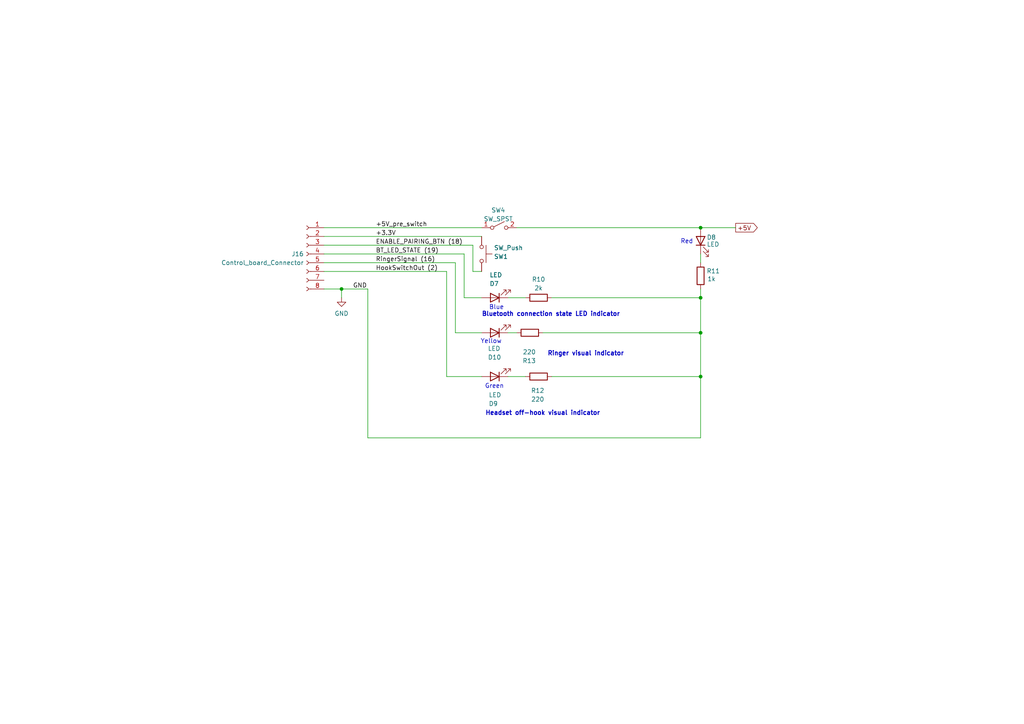
<source format=kicad_sch>
(kicad_sch (version 20230121) (generator eeschema)
  (paper "A4")
  (lib_symbols
    (symbol "Connector:Conn_01x08_Socket" (pin_names (offset 1.016) hide)
      (property "Reference" "J" (at 0 10.16 0))
      (property "Value" "Conn_01x08_Socket" (at 0 -12.7 0))
      (symbol "Conn_01x08_Socket_1_1"
        (arc (start 0 -9.652) (mid -0.5058 -10.16) (end 0 -10.668) (stroke (width 0.1524)))
        (arc (start 0 -7.112) (mid -0.5058 -7.62) (end 0 -8.128) (stroke (width 0.1524)))
        (arc (start 0 -4.572) (mid -0.5058 -5.08) (end 0 -5.588) (stroke (width 0.1524)))
        (arc (start 0 -2.032) (mid -0.5058 -2.54) (end 0 -3.048) (stroke (width 0.1524)))
        (polyline (pts (xy -1.27 -10.16) (xy -0.508 -10.16)) (stroke (width 0.1524)))
        (polyline (pts (xy -1.27 -7.62) (xy -0.508 -7.62)) (stroke (width 0.1524)))
        (polyline (pts (xy -1.27 -5.08) (xy -0.508 -5.08)) (stroke (width 0.1524)))
        (polyline (pts (xy -1.27 -2.54) (xy -0.508 -2.54)) (stroke (width 0.1524)))
        (polyline (pts (xy -1.27 0) (xy -0.508 0)) (stroke (width 0.1524)))
        (polyline (pts (xy -1.27 2.54) (xy -0.508 2.54)) (stroke (width 0.1524)))
        (polyline (pts (xy -1.27 5.08) (xy -0.508 5.08)) (stroke (width 0.1524)))
        (polyline (pts (xy -1.27 7.62) (xy -0.508 7.62)) (stroke (width 0.1524)))
        (arc (start 0 0.508) (mid -0.5058 0) (end 0 -0.508) (stroke (width 0.1524)))
        (arc (start 0 3.048) (mid -0.5058 2.54) (end 0 2.032) (stroke (width 0.1524)))
        (arc (start 0 5.588) (mid -0.5058 5.08) (end 0 4.572) (stroke (width 0.1524)))
        (arc (start 0 8.128) (mid -0.5058 7.62) (end 0 7.112) (stroke (width 0.1524)))
        (pin passive line (at -5.08 7.62 0) (length 3.81) (name "Pin_1") (number "1"))
        (pin passive line (at -5.08 5.08 0) (length 3.81) (name "Pin_2") (number "2"))
        (pin passive line (at -5.08 2.54 0) (length 3.81) (name "Pin_3") (number "3"))
        (pin passive line (at -5.08 0 0) (length 3.81) (name "Pin_4") (number "4"))
        (pin passive line (at -5.08 -2.54 0) (length 3.81) (name "Pin_5") (number "5"))
        (pin passive line (at -5.08 -5.08 0) (length 3.81) (name "Pin_6") (number "6"))
        (pin passive line (at -5.08 -7.62 0) (length 3.81) (name "Pin_7") (number "7"))
        (pin passive line (at -5.08 -10.16 0) (length 3.81) (name "Pin_8") (number "8"))
      )
    )
    (symbol "Device:LED" (pin_numbers hide) (pin_names (offset 1.016) hide)
      (property "Reference" "D" (at 0 2.54 0))
      (property "Value" "LED" (at 0 -2.54 0))
      (symbol "LED_0_1"
        (polyline (pts (xy -1.27 -1.27) (xy -1.27 1.27)) (stroke (width 0.254)))
        (polyline (pts (xy -1.27 0) (xy 1.27 0)))
        (polyline (pts (xy 1.27 -1.27) (xy 1.27 1.27) (xy -1.27 0) (xy 1.27 -1.27)) (stroke (width 0.254)))
        (polyline (pts (xy -3.048 -0.762) (xy -4.572 -2.286) (xy -3.81 -2.286) (xy -4.572 -2.286) (xy -4.572 -1.524)))
        (polyline (pts (xy -1.778 -0.762) (xy -3.302 -2.286) (xy -2.54 -2.286) (xy -3.302 -2.286) (xy -3.302 -1.524)))
      )
      (symbol "LED_1_1"
        (pin passive line (at -3.81 0 0) (length 2.54) (name "K") (number "1"))
        (pin passive line (at 3.81 0 180) (length 2.54) (name "A") (number "2"))
      )
    )
    (symbol "Device:R" (pin_numbers hide) (pin_names (offset 0))
      (property "Reference" "R" (at 2.032 0 90))
      (property "Value" "R" (at 0 0 90))
      (symbol "R_0_1"
        (rectangle (start -1.016 -2.54) (end 1.016 2.54) (stroke (width 0.254)))
      )
      (symbol "R_1_1"
        (pin passive line (at 0 3.81 270) (length 1.27) (name "~") (number "1"))
        (pin passive line (at 0 -3.81 90) (length 1.27) (name "~") (number "2"))
      )
    )
    (symbol "Switch:SW_Push" (pin_numbers hide) (pin_names (offset 1.016) hide)
      (property "Reference" "SW" (at 1.27 2.54 0))
      (property "Value" "SW_Push" (at 0 -1.524 0))
      (symbol "SW_Push_0_1"
        (circle (center -2.032 0) (radius 0.508))
        (polyline (pts (xy 0 1.27) (xy 0 3.048)))
        (polyline (pts (xy 2.54 1.27) (xy -2.54 1.27)))
        (circle (center 2.032 0) (radius 0.508))
        (pin passive line (at -5.08 0 0) (length 2.54) (name "1") (number "1"))
        (pin passive line (at 5.08 0 180) (length 2.54) (name "2") (number "2"))
      )
    )
    (symbol "Switch:SW_SPST" (pin_names (offset 0) hide)
      (property "Reference" "SW" (at 0 3.175 0))
      (property "Value" "SW_SPST" (at 0 -2.54 0))
      (symbol "SW_SPST_0_0"
        (circle (center -2.032 0) (radius 0.508))
        (polyline (pts (xy -1.524 0.254) (xy 1.524 1.778)))
        (circle (center 2.032 0) (radius 0.508))
      )
      (symbol "SW_SPST_1_1"
        (pin passive line (at -5.08 0 0) (length 2.54) (name "A") (number "1"))
        (pin passive line (at 5.08 0 180) (length 2.54) (name "B") (number "2"))
      )
    )
    (symbol "power:GND" (power) (pin_names (offset 0))
      (property "Value" "GND" (at 0 -3.81 0))
      (symbol "GND_0_1"
        (polyline (pts (xy 0 0) (xy 0 -1.27) (xy 1.27 -1.27) (xy 0 -2.54) (xy -1.27 -1.27) (xy 0 -1.27)))
      )
      (symbol "GND_1_1"
        (pin power_in line (at 0 0 270) (length 0) hide (name "GND") (number "1"))
      )
    )
  )
  (junction (at 203.2 66.04))
  (junction (at 203.2 96.52))
  (junction (at 99.06 83.82))
  (junction (at 203.2 86.36))
  (junction (at 203.2 109.22))
  (wire (pts (xy 93.98 73.66) (xy 134.62 73.66)))
  (wire (pts (xy 152.4 109.22) (xy 147.32 109.22)))
  (wire (pts (xy 134.62 73.66) (xy 134.62 86.36)))
  (wire (pts (xy 203.2 109.22) (xy 203.2 127)))
  (wire (pts (xy 137.16 78.74) (xy 139.7 78.74)))
  (wire (pts (xy 160.02 109.22) (xy 203.2 109.22)))
  (wire (pts (xy 157.48 96.52) (xy 203.2 96.52)))
  (wire (pts (xy 132.08 76.2) (xy 132.08 96.52)))
  (wire (pts (xy 93.98 71.12) (xy 137.16 71.12)))
  (wire (pts (xy 93.98 78.74) (xy 129.54 78.74)))
  (wire (pts (xy 152.4 86.36) (xy 147.32 86.36)))
  (wire (pts (xy 203.2 83.82) (xy 203.2 86.36)))
  (wire (pts (xy 106.68 83.82) (xy 106.68 127)))
  (wire (pts (xy 99.06 83.82) (xy 106.68 83.82)))
  (wire (pts (xy 203.2 66.04) (xy 213.36 66.04)))
  (wire (pts (xy 134.62 86.36) (xy 139.7 86.36)))
  (wire (pts (xy 203.2 86.36) (xy 203.2 96.52)))
  (wire (pts (xy 93.98 83.82) (xy 99.06 83.82)))
  (wire (pts (xy 132.08 96.52) (xy 139.7 96.52)))
  (wire (pts (xy 93.98 76.2) (xy 132.08 76.2)))
  (wire (pts (xy 106.68 127) (xy 203.2 127)))
  (wire (pts (xy 160.02 86.36) (xy 203.2 86.36)))
  (wire (pts (xy 129.54 78.74) (xy 129.54 109.22)))
  (wire (pts (xy 93.98 68.58) (xy 139.7 68.58)))
  (wire (pts (xy 203.2 96.52) (xy 203.2 109.22)))
  (wire (pts (xy 99.06 83.82) (xy 99.06 86.36)))
  (wire (pts (xy 93.98 66.04) (xy 139.7 66.04)))
  (wire (pts (xy 147.32 96.52) (xy 149.86 96.52)))
  (wire (pts (xy 137.16 71.12) (xy 137.16 78.74)))
  (wire (pts (xy 149.86 66.04) (xy 203.2 66.04)))
  (wire (pts (xy 203.2 73.66) (xy 203.2 76.2)))
  (wire (pts (xy 129.54 109.22) (xy 139.7 109.22)))
  (text "Yellow" (at 145.542 99.822 0) (effects (font (size 1.27 1.27)) (justify right bottom)))
  (text "Red" (at 197.358 70.866 0) (effects (font (size 1.27 1.27)) (justify left bottom)))
  (text "Green" (at 146.2024 112.8268 0) (effects (font (size 1.27 1.27)) (justify right bottom)))
  (text "Ringer visual indicator" (at 158.75 103.378 0) (effects (font (size 1.27 1.27) (thickness 0.254) bold) (justify left bottom)))
  (text "Blue" (at 146.2024 89.9668 0) (effects (font (size 1.27 1.27)) (justify right bottom)))
  (text "Bluetooth connection state LED indicator" (at 139.7 91.948 0) (effects (font (size 1.27 1.27) (thickness 0.254) bold) (justify left bottom)))
  (text "Headset off-hook visual indicator" (at 140.716 120.65 0) (effects (font (size 1.27 1.27) (thickness 0.254) bold) (justify left bottom)))
  (label "+5V_pre_switch" (at 108.966 66.04 0))
  (label "HookSwitchOut (2)" (at 108.966 78.74 0))
  (label "ENABLE_PAIRING_BTN (18)" (at 108.966 71.12 0))
  (label "BT_LED_STATE (19)" (at 108.966 73.66 0))
  (label "+3.3V" (at 108.966 68.58 0))
  (label "RingerSignal (16)" (at 108.966 76.2 0))
  (label "GND" (at 102.362 83.82 0))
  (global_label "+5V" (shape output) (at 213.36 66.04 0) (property "Intersheetrefs" "${INTERSHEET_REFS}" (effects hide)))
  (symbol (lib_id "Switch:SW_SPST") (at 144.78 66.04 0) (unit 1)
    (property "Reference" "SW4" (at 144.526 60.96 0))
    (property "Value" "SW_SPST" (at 144.526 63.5 0))
    (property "Footprint" "Connector_PinHeader_2.54mm:PinHeader_1x02_P2.54mm_Vertical" (effects hide))
  )
  (symbol (lib_id "power:GND") (at 99.06 86.36 0) (unit 1)
    (property "Reference" "#PWR019" (effects hide))
    (property "Value" "GND" (at 99.06 90.932 0))
    (instances (project "746-hfp-kicad" (path "" (reference "#PWR019") (unit 1)) (path "" (reference "#PWR017") (unit 1))))
  )
  (symbol (lib_id "Switch:SW_Push") (at 139.7 73.66 270) (unit 1)
    (property "Reference" "SW1" (at 143.256 74.422 90) (effects (justify left)))
    (property "Value" "SW_Push" (at 143.256 71.882 90) (effects (justify left)))
    (property "Footprint" "Button_Switch_THT:SW_PUSH_6mm_H5mm" (effects hide))
  )
  (symbol (lib_id "Device:LED") (at 203.2 69.85 90) (unit 1)
    (property "Reference" "D8" (at 204.978 68.834 90) (effects (justify right)))
    (property "Value" "LED" (at 204.978 70.866 90) (effects (justify right)))
    (property "Footprint" "LED_THT:LED_D5.0mm" (effects hide))
    (instances (project "746-hfp-kicad" (path "" (reference "D8") (unit 1)) (path "" (reference "D10") (unit 1))))
  )
  (symbol (lib_id "Device:R") (at 153.67 96.52 90) (unit 1)
    (property "Reference" "R13" (at 155.448 104.648 90) (effects (justify left)))
    (property "Value" "220" (at 155.448 102.108 90) (effects (justify left)))
    (property "Footprint" "Resistor_THT:R_Axial_DIN0207_L6.3mm_D2.5mm_P10.16mm_Horizontal" (effects hide))
    (instances (project "746-hfp-kicad" (path "" (reference "R13") (unit 1)) (path "" (reference "R10") (unit 1))))
  )
  (symbol (lib_id "Device:R") (at 203.2 80.01 0) (unit 1)
    (property "Reference" "R11" (at 206.883 78.613 0))
    (property "Value" "1k" (at 206.375 80.899 0))
    (property "Footprint" "Resistor_THT:R_Axial_DIN0207_L6.3mm_D2.5mm_P10.16mm_Horizontal" (effects hide))
    (instances (project "746-hfp-kicad" (path "" (reference "R11") (unit 1)) (path "" (reference "R13") (unit 1))))
  )
  (symbol (lib_id "Device:LED") (at 143.51 86.36 180) (unit 1)
    (property "Reference" "D7" (at 141.986 82.296 0) (effects (justify right)))
    (property "Value" "LED" (at 141.986 79.756 0) (effects (justify right)))
    (property "Footprint" "LED_THT:LED_D5.0mm" (effects hide))
  )
  (symbol (lib_id "Connector:Conn_01x08_Socket") (at 88.9 73.66 0) (mirror y) (unit 1)
    (property "Reference" "J16" (at 88.138 73.66 0) (effects (justify left)))
    (property "Value" "Control_board_Connector" (at 88.138 76.2 0) (effects (justify left)))
    (property "Footprint" "Connector_PinHeader_2.54mm:PinHeader_1x08_P2.54mm_Vertical" (effects hide))
  )
  (symbol (lib_id "Device:LED") (at 143.51 96.52 180) (unit 1)
    (property "Reference" "D10" (at 141.478 103.632 0) (effects (justify right)))
    (property "Value" "LED" (at 141.478 101.092 0) (effects (justify right)))
    (property "Footprint" "LED_THT:LED_D5.0mm" (effects hide))
    (instances (project "746-hfp-kicad" (path "" (reference "D10") (unit 1)) (path "" (reference "D8") (unit 1))))
  )
  (symbol (lib_id "Device:LED") (at 143.51 109.22 180) (unit 1)
    (property "Reference" "D9" (at 141.732 117.094 0) (effects (justify right)))
    (property "Value" "LED" (at 141.732 114.554 0) (effects (justify right)))
    (property "Footprint" "LED_THT:LED_D5.0mm" (effects hide))
  )
  (symbol (lib_id "Device:R") (at 156.21 109.22 90) (unit 1)
    (property "Reference" "R12" (at 155.956 113.284 90))
    (property "Value" "220" (at 155.956 115.824 90))
    (property "Footprint" "Resistor_THT:R_Axial_DIN0207_L6.3mm_D2.5mm_P10.16mm_Horizontal" (effects hide))
  )
  (symbol (lib_id "Device:R") (at 156.21 86.36 90) (unit 1)
    (property "Reference" "R10" (at 156.21 81.026 90))
    (property "Value" "2k" (at 156.21 83.566 90))
    (property "Footprint" "Resistor_THT:R_Axial_DIN0207_L6.3mm_D2.5mm_P10.16mm_Horizontal" (effects hide))
    (instances (project "746-hfp-kicad" (path "" (reference "R10") (unit 1)) (path "" (reference "R11") (unit 1))))
  )
)
</source>
